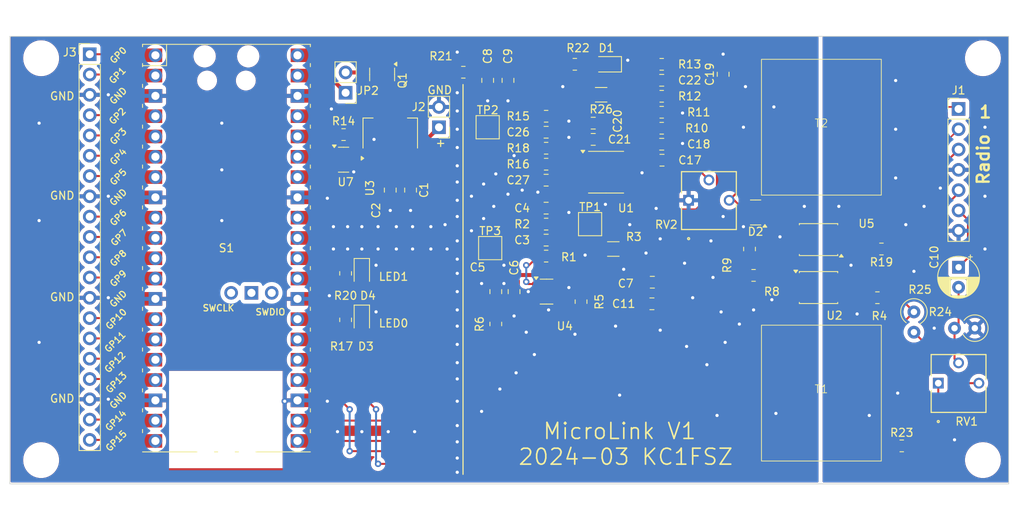
<source format=kicad_pcb>
(kicad_pcb (version 20240108) (generator "pcbnew") (generator_version "8.0")
  (layers (0 "F.Cu" signal) (31 "B.Cu" signal) (34 "B.Paste" user) (35 "F.Paste" user) (36 "B.SilkS" user "B.Silkscreen") (37 "F.SilkS" user "F.Silkscreen") (38 "B.Mask" user) (39 "F.Mask" user) (44 "Edge.Cuts" user))
  (net 0 "")
  (net 1 "+3.3VA")
  (net 2 "GNDA")
  (net 3 "Net-(C3-Pad1)")
  (net 4 "Net-(U1B--)")
  (net 5 "Net-(T1-SA)")
  (net 6 "Net-(C17-Pad1)")
  (net 7 "Net-(U1B-+)")
  (net 8 "Net-(C19-Pad1)")
  (net 9 "+5VA")
  (net 10 "Net-(U1D-+)")
  (net 11 "Net-(C26-Pad1)")
  (net 12 "Net-(U1D--)")
  (net 13 "Net-(C22-Pad2)")
  (net 14 "Net-(U1A--)")
  (net 15 "Net-(D1-A)")
  (net 16 "RIG_GND")
  (net 17 "RIG_AF_IN")
  (net 18 "RIG_PTT")
  (net 19 "RIG_COS")
  (net 21 "Net-(U1C--)")
  (net 22 "GPIO_COS")
  (net 23 "GPIO_PTT")
  (net 24 "ADC0")
  (net 25 "Net-(J3-Pin_1)")
  (net 26 "Net-(U4-VOUT)")
  (net 27 "Net-(U1A-+)")
  (net 28 "Net-(R8-Pad2)")
  (net 29 "Net-(D3-A)")
  (net 30 "Net-(D4-A)")
  (net 31 "Net-(T1-AA)")
  (net 32 "Net-(D2-COM)")
  (net 33 "Net-(C10-Pad2)")
  (net 34 "RIG_AF_OUT+")
  (net 35 "RIG_AF_OUT-")
  (net 36 "Net-(S1-ADC_VREF)")
  (net 37 "LED0")
  (net 38 "Net-(R19-Pad2)")
  (net 39 "LED1")
  (net 40 "Net-(J3-Pin_2)")
  (net 41 "Net-(J3-Pin_4)")
  (net 42 "Net-(J3-Pin_5)")
  (net 43 "Net-(J3-Pin_6)")
  (net 44 "Net-(J3-Pin_7)")
  (net 45 "Net-(J3-Pin_9)")
  (net 46 "Net-(J3-Pin_10)")
  (net 47 "Net-(J3-Pin_11)")
  (net 48 "Net-(J3-Pin_12)")
  (net 49 "Net-(J3-Pin_14)")
  (net 50 "Net-(J3-Pin_15)")
  (net 51 "Net-(J3-Pin_16)")
  (net 52 "Net-(J3-Pin_17)")
  (net 53 "Net-(J3-Pin_19)")
  (net 54 "Net-(J3-Pin_20)")
  (net 55 "I2C0_SDA")
  (net 56 "I2C0_SCL")
  (net 61 "Net-(JP2-A)")
  (net 62 "Net-(Q1-G)")
  (net 63 "+3.3V")
  (net 64 "Net-(JP2-B)")
  (net 65 "Net-(R23-Pad2)")
  (net 66 "Net-(R25-Pad2)")
  (net 67 "Net-(C11-Pad1)")
  (net 69 "Net-(R15-Pad2)")
  (footprint "TestPoint:TestPoint_Pad_2.5x2.5mm" (layer "F.Cu") (at 177.8 55.372)
    (property "Reference" "TP2")
    (property "Value" "TestPoint")
  )
  (footprint "Package_TO_SOT_SMD:SOT-23" (layer "F.Cu") (at 211.328 66.04 180)
    (property "Reference" "D2")
    (property "Value" "BAT54S")
  )
  (footprint "Capacitor_SMD:C_0805_2012Metric_Pad1.18x1.45mm_HandSolder" (layer "F.Cu") (at 165.608 63.241 -90)
    (property "Reference" "C2")
    (property "Value" "10u")
  )
  (footprint "Resistor_SMD:R_0805_2012Metric_Pad1.20x1.40mm_HandSolder" (layer "F.Cu") (at 174.752 48.4925)
    (property "Reference" "R21")
    (property "Value" "47")
  )
  (footprint "Resistor_SMD:R_0805_2012Metric_Pad1.20x1.40mm_HandSolder" (layer "F.Cu") (at 178.816 79.994 -90)
    (property "Reference" "R6")
    (property "Value" "10k")
  )
  (footprint "Resistor_SMD:R_0805_2012Metric_Pad1.20x1.40mm_HandSolder" (layer "F.Cu") (at 185.114 60)
    (property "Reference" "R16")
    (property "Value" "2.7k")
  )
  (footprint "Capacitor_SMD:C_0805_2012Metric_Pad1.18x1.45mm_HandSolder" (layer "F.Cu") (at 168.148 63.241 -90)
    (property "Reference" "C1")
    (property "Value" "10u")
  )
  (footprint "Capacitor_SMD:C_0805_2012Metric_Pad1.18x1.45mm_HandSolder" (layer "F.Cu") (at 180.34 49.5085 -90)
    (property "Reference" "C9")
    (property "Value" "47u")
  )
  (footprint "Capacitor_THT:CP_Radial_D5.0mm_P2.50mm" (layer "F.Cu") (at 236.728 72.898 -90)
    (property "Reference" "C10")
    (property "Value" "47u (Optional DC Block)")
  )
  (footprint "Resistor_SMD:R_0805_2012Metric_Pad1.20x1.40mm_HandSolder" (layer "F.Cu") (at 211.074 73.914)
    (property "Reference" "R8")
    (property "Value" "200")
  )
  (footprint "Connector_PinHeader_2.54mm:PinHeader_1x07_P2.54mm_Vertical" (layer "F.Cu") (at 236.728 53.086)
    (property "Reference" "J1")
    (property "Value" "Conn_01x07")
  )
  (footprint "Resistor_SMD:R_0805_2012Metric_Pad1.20x1.40mm_HandSolder" (layer "F.Cu") (at 160.02 73.66 -90)
    (property "Reference" "R20")
    (property "Value" "220")
  )
  (footprint "Resistor_SMD:R_0805_2012Metric_Pad1.20x1.40mm_HandSolder" (layer "F.Cu") (at 189.484 77.2 -90)
    (property "Reference" "R5")
    (property "Value" "10k")
  )
  (footprint "Resistor_SMD:R_1206_3216Metric_Pad1.30x1.75mm_HandSolder" (layer "F.Cu") (at 193.522 70.612)
    (property "Reference" "R3")
    (property "Value" "0R")
  )
  (footprint "Resistor_SMD:R_0805_2012Metric_Pad1.20x1.40mm_HandSolder" (layer "F.Cu") (at 229.616 95.25)
    (property "Reference" "R23")
    (property "Value" "0R")
  )
  (footprint "Capacitor_SMD:C_0805_2012Metric_Pad1.18x1.45mm_HandSolder" (layer "F.Cu") (at 181.102 75.946 90)
    (property "Reference" "C6")
    (property "Value" "0.1u")
  )
  (footprint "TestPoint:TestPoint_Pad_2.5x2.5mm" (layer "F.Cu") (at 190.614 67.5)
    (property "Reference" "TP1")
    (property "Value" "AF Out")
  )
  (footprint "Resistor_SMD:R_0805_2012Metric_Pad1.20x1.40mm_HandSolder" (layer "F.Cu") (at 185.114 54)
    (property "Reference" "R15")
    (property "Value" "1.5k")
  )
  (footprint "Resistor_SMD:R_1206_3216Metric_Pad1.30x1.75mm_HandSolder" (layer "F.Cu") (at 191.998 51.308 180)
    (property "Reference" "R26")
    (property "Value" "0R")
  )
  (footprint "Resistor_SMD:R_0805_2012Metric_Pad1.20x1.40mm_HandSolder" (layer "F.Cu") (at 159.766 56.295 180)
    (property "Reference" "R14")
    (property "Value" "R")
  )
  (footprint "Capacitor_SMD:C_0805_2012Metric_Pad1.18x1.45mm_HandSolder" (layer "F.Cu") (at 185.114 69.5)
    (property "Reference" "C3")
    (property "Value" "22n")
  )
  (footprint "Resistor_THT:R_Axial_DIN0309_L9.0mm_D3.2mm_P2.54mm_Vertical" (layer "F.Cu") (at 231.14 78.486 -90)
    (property "Reference" "R25")
    (property "Value" "33k")
  )
  (footprint "bruce-footprints:POT_3362P" (layer "F.Cu") (at 202.946 64.516)
    (property "Reference" "RV2")
    (property "Value" "10k")
  )
  (footprint "Resistor_SMD:R_0805_2012Metric_Pad1.20x1.40mm_HandSolder" (layer "F.Cu") (at 199.5765 51.5 180)
    (property "Reference" "R12")
    (property "Value" "2.2k")
  )
  (footprint "Capacitor_SMD:C_0805_2012Metric_Pad1.18x1.45mm_HandSolder" (layer "F.Cu") (at 191.008 56.896 180)
    (property "Reference" "C21")
    (property "Value" "0.1u")
  )
  (footprint "Resistor_SMD:R_0805_2012Metric_Pad1.20x1.40mm_HandSolder" (layer "F.Cu") (at 185.114 71.5 180)
    (property "Reference" "R1")
    (property "Value" "1.5k")
  )
  (footprint "MountingHole:MountingHole_4mm" (layer "F.Cu") (at 121.92 46.736)
    (property "Reference" "H3" (hide yes))
    (property "Value" "MountingHole")
  )
  (footprint "Capacitor_SMD:C_0805_2012Metric_Pad1.18x1.45mm_HandSolder" (layer "F.Cu") (at 198.3525 77.47)
    (property "Reference" "C11")
    (property "Value" "47u")
  )
  (footprint "Capacitor_SMD:C_0805_2012Metric_Pad1.18x1.45mm_HandSolder" (layer "F.Cu") (at 185.114 62 180)
    (property "Reference" "C27")
    (property "Value" "10n")
  )
  (footprint "Capacitor_SMD:C_0805_2012Metric_Pad1.18x1.45mm_HandSolder" (layer "F.Cu") (at 199.614 59.5 180)
    (property "Reference" "C17")
    (property "Value" "1u")
  )
  (footprint "MountingHole:MountingHole_4mm" (layer "F.Cu") (at 239.776 46.736)
    (property "Reference" "H2" (hide yes))
    (property "Value" "MountingHole")
  )
  (footprint "Resistor_SMD:R_0805_2012Metric_Pad1.20x1.40mm_HandSolder" (layer "F.Cu") (at 199.5765 55.5 180)
    (property "Reference" "R10")
    (property "Value" "270k 1%")
  )
  (footprint "Connector_PinHeader_2.54mm:PinHeader_1x20_P2.54mm_Vertical" (layer "F.Cu") (at 128 46.24)
    (property "Reference" "J3")
    (property "Value" "Conn_01x20")
  )
  (footprint "bruce-footprints:CheapAudioTransformer" (layer "F.Cu") (at 219.558 88.646)
    (property "Reference" "T1")
    (property "Value" "Transformer_1P_1S")
  )
  (footprint "Package_TO_SOT_SMD:SOT-23" (layer "F.Cu") (at 159.766 59.436)
    (property "Reference" "U7")
    (property "Value" "LM4040DBZ-3")
  )
  (footprint "Resistor_SMD:R_0805_2012Metric_Pad1.20x1.40mm_HandSolder" (layer "F.Cu") (at 185.114 58 180)
    (property "Reference" "R18")
    (property "Value" "0R")
  )
  (footprint "MountingHole:MountingHole_4mm" (layer "F.Cu") (at 121.92 97.028)
    (property "Reference" "H4" (hide yes))
    (property "Value" "MountingHole")
  )
  (footprint "Capacitor_SMD:C_0805_2012Metric_Pad1.18x1.45mm_HandSolder" (layer "F.Cu") (at 178.816 75.946 90)
    (property "Reference" "C5")
    (property "Value" "47u")
  )
  (footprint "Package_SO:SO-4_4.4x3.6mm_P2.54mm" (layer "F.Cu") (at 219.202 75.438)
    (property "Reference" "U2")
    (property "Value" "LTV-356T")
  )
  (footprint "MountingHole:MountingHole_4mm" (layer "F.Cu") (at 239.776 97.028)
    (property "Reference" "H1" (hide yes))
    (property "Value" "MountingHole")
  )
  (footprint "Package_SO:TSSOP-14_4.4x5mm_P0.65mm" (layer "F.Cu") (at 192.614 61)
    (property "Reference" "U1")
    (property "Value" "LMV324 (Actually LTV9161)")
  )
  (footprint "Connector_PinHeader_2.54mm:PinHeader_1x02_P2.54mm_Vertical" (layer "F.Cu") (at 160.02 51.059 180)
    (property "Reference" "JP2")
    (property "Value" "Jumper_2_Bridged")
  )
  (footprint "Resistor_SMD:R_0805_2012Metric_Pad1.20x1.40mm_HandSolder" (layer "F.Cu") (at 199.5765 47.5)
    (property "Reference" "R13")
    (property "Value" "2.2k")
  )
  (footprint "LED_SMD:LED_0805_2012Metric_Pad1.15x1.40mm_HandSolder" (layer "F.Cu") (at 192.681 47.498 180)
    (property "Reference" "D1")
    (property "Value" "LED")
  )
  (footprint "Resistor_SMD:R_0805_2012Metric_Pad1.20x1.40mm_HandSolder" (layer "F.Cu") (at 160.02 79.477 -90)
    (property "Reference" "R17")
    (property "Value" "220")
  )
  (footprint "Capacitor_SMD:C_0805_2012Metric_Pad1.18x1.45mm_HandSolder" (layer "F.Cu") (at 191.008 54.864 180)
    (property "Reference" "C20")
    (property "Value" "47u")
  )
  (footprint "Resistor_SMD:R_0805_2012Metric_Pad1.20x1.40mm_HandSolder" (layer "F.Cu") (at 199.5765 53.5)
    (property "Reference" "R11")
    (property "Value" "270k 1%")
  )
  (footprint "Resistor_SMD:R_0805_2012Metric_Pad1.20x1.40mm_HandSolder" (layer "F.Cu") (at 185.114 67.5)
    (property "Reference" "R2")
    (property "Value" "2.7k")
  )
  (footprint "Resistor_SMD:R_0805_2012Metric_Pad1.20x1.40mm_HandSolder" (layer "F.Cu") (at 226.568 76.708 180)
    (property "Reference" "R4")
    (property "Value" "570")
  )
  (footprint "Capacitor_SMD:C_0805_2012Metric_Pad1.18x1.45mm_HandSolder" (layer "F.Cu") (at 198.4025 74.77)
    (property "Reference" "C7")
    (property "Value" "47u")
  )
  (footprint "Package_TO_SOT_SMD:SOT-23-3" (layer "F.Cu") (at 164.592 48.768 -90)
    (property "Reference" "Q1")
    (property "Value" "DMG2305UX-13")
  )
  (footprint "Connector_PinHeader_2.54mm:PinHeader_1x02_P2.54mm_Vertical" (layer "F.Cu") (at 171.704 55.377 180)
    (property "Reference" "J2")
    (property "Value" "5-12V Supply")
  )
  (footprint "Capacitor_SMD:C_0805_2012Metric_Pad1.18x1.45mm_HandSolder" (layer "F.Cu") (at 185.114 65.5 180)
    (property "Reference" "C4")
    (property "Value" "10n")
  )
  (footprint "Resistor_SMD:R_0805_2012Metric_Pad1.20x1.40mm_HandSolder" (layer "F.Cu") (at 227.076 70.612 180)
    (property "Reference" "R19")
    (property "Value" "0R")
  )
  (footprint "Capacitor_SMD:C_0805_2012Metric_Pad1.18x1.45mm_HandSolder" (layer "F.Cu") (at 207.264 48.7465 90)
    (property "Reference" "C19")
    (property "Value" "47u")
  )
  (footprint "Capacitor_SMD:C_0805_2012Metric_Pad1.18x1.45mm_HandSolder" (layer "F.Cu") (at 185.114 56)
    (property "Reference" "C26")
    (property "Value" "22n")
  )
  (footprint "Resistor_SMD:R_0805_2012Metric_Pad1.20x1.40mm_HandSolder" (layer "F.Cu") (at 188.706 47.498)
    (property "Reference" "R22")
    (property "Value" "220")
  )
  (footprint "Capacitor_SMD:C_0805_2012Metric_Pad1.18x1.45mm_HandSolder" (layer "F.Cu") (at 177.8 49.5085 -90)
    (property "Reference" "C8")
    (property "Value" "47u")
  )
  (footprint "Package_TO_SOT_SMD:SOT-23-6" (layer "F.Cu") (at 185.164 75.946)
    (property "Reference" "U4")
    (property "Value" "MCP4725xxx-xCH")
  )
  (footprint "bruce-footprints:POT_3362P" (layer "F.Cu") (at 234.188 87.4014)
    (property "Reference" "RV1")
    (property "Value" "10k")
  )
  (footprint "TestPoint:TestPoint_Pad_2.5x2.5mm" (layer "F.Cu") (at 178.114 70.5)
    (property "Reference" "TP3")
    (property "Value" "TestPoint")
  )
  (footprint "Package_TO_SOT_SMD:SOT-223-3_TabPin2" (layer "F.Cu") (at 165.608 56.129 90)
    (property "Reference" "U3")
    (property "Value" "NCP1117-3.3_SOT223")
  )
  (footprint "Capacitor_SMD:C_0805_2012Metric_Pad1.18x1.45mm_HandSolder" (layer "F.Cu") (at 199.5765 57.5)
    (property "Reference" "C18")
    (property "Value" "0.1u")
  )
  (footprint "Resistor_THT:R_Axial_DIN0309_L9.0mm_D3.2mm_P2.54mm_Vertical" (layer "F.Cu") (at 238.76 80.518 180)
    (property "Reference" "R24")
    (property "Value" "1k")
  )
  (footprint "Resistor_SMD:R_0805_2012Metric_Pad1.20x1.40mm_HandSolder" (layer "F.Cu") (at 210.566 70.612 -90)
    (property "Reference" "R9")
    (property "Value" "1k")
  )
  (footprint "LED_SMD:LED_0805_2012Metric_Pad1.15x1.40mm_HandSolder" (layer "F.Cu") (at 162.052 73.66 -90)
    (property "Reference" "D4")
    (property "Value" "LED")
  )
  (footprint "Capacitor_SMD:C_0805_2012Metric_Pad1.18x1.45mm_HandSolder" (layer "F.Cu") (at 199.5765 49.5)
    (property "Reference" "C22")
    (property "Value" "NC")
  )
  (footprint "bruce-footprints:CheapAudioTransformer" (layer "F.Cu") (at 219.558 55.372)
    (property "Reference" "T2")
    (property "Value" "Transformer_1P_1S")
  )
  (footprint "Package_SO:SO-4_4.4x3.6mm_P2.54mm" (layer "F.Cu") (at 219.202 69.438 180)
    (property "Reference" "U5")
    (property "Value" "LTV-356T")
  )
  (footprint "LED_SMD:LED_0805_2012Metric_Pad1.15x1.40mm_HandSolder" (layer "F.Cu") (at 162.052 79.493 -90)
    (property "Reference" "D3")
    (property "Value" "LED")
  )
  (footprint "bruce-footprints:RPi_PicoW_SMD_TH" (layer "F.Cu") (at 145.11 70.5)
    (property "Reference" "S1")
    (property "Value" "~")
  )
  (gr_line (start 174.714 50.038) (end 174.714 98.806) (stroke (width 0.15)) (layer "F.SilkS"))
  (gr_rect (start 118 44) (end 243 100) (stroke (width 0.1)) (fill none) (layer "Edge.Cuts"))
  (gr_text "GND" (at 170.18 51.308 0) (layer "F.SilkS") (effects (font (size 1 1)) (justify left bottom)))
  (gr_text "GND" (at 122.936 52.07 0) (layer "F.SilkS") (effects (font (size 1 1)) (justify left bottom)))
  (gr_text "GND" (at 122.936 77.216 0) (layer "F.SilkS") (effects (font (size 1 1)) (justify left bottom)))
  (gr_text "GND" (at 122.936 64.516 0) (layer "F.SilkS") (effects (font (size 1 1)) (justify left bottom)))
  (gr_text "LED0" (at 164.084 80.493 0) (layer "F.SilkS") (effects (font (size 1 1)) (justify left bottom)))
  (gr_text "LED1" (at 164.084 74.66 0) (layer "F.SilkS") (effects (font (size 1 1)) (justify left bottom)))
  (gr_text "GND" (at 122.936 89.916 0) (layer "F.SilkS") (effects (font (size 1 1)) (justify left bottom)))
  (gr_text "1" (at 239.168 54.356 0) (layer "F.SilkS") (effects (font (size 1.5 1.5) (thickness 0.3) (bold yes)) (justify left bottom)))
  (gr_text "+" (at 171.196 57.912 0) (layer "F.SilkS") (effects (font (size 1 1)) (justify left bottom)))
  (gr_text "Radio" (at 240.692 62.738 90) (layer "F.SilkS") (effects (font (size 1.5 1.5) (thickness 0.3) (bold yes)) (justify left bottom)))
  (gr_text "MicroLink V1 \n2024-03 KC1FSZ" (at 195.072 97.79 0) (layer "F.SilkS") (effects (font (size 2 2) (thickness 0.2)) (justify bottom)))
  (segment (start 177.7785 48.4925) (end 177.8 48.471) (width 0.5) (layer "F.Cu") (net 1))
  (segment (start 191.984 61) (end 192.0455 60.9385) (width 0.5) (layer "F.Cu") (net 1))
  (segment (start 175.5355 76.9835) (end 178.816 76.9835) (width 0.5) (layer "F.Cu") (net 1))
  (segment (start 201.482082 55.5) (end 206.6091 60.627018) (width 0.5) (layer "F.Cu") (net 1))
  (segment (start 189.809878 48.648) (end 188.856 48.648) (width 0.5) (layer "F.Cu") (net 1))
  (segment (start 206.6091 60.627018) (end 206.6091 63.0991) (width 0.5) (layer "F.Cu") (net 1))
  (segment (start 203.9222 65.786) (end 201.676 65.786) (width 0.5) (layer "F.Cu") (net 1))
  (segment (start 203.9222 65.786) (end 207.5502 69.414) (width 0.5) (layer "F.Cu") (net 1))
  (segment (start 190.983106 73.871) (end 189.484 73.871) (width 0.5) (layer "F.Cu") (net 1))
  (segment (start 180.34 48.471) (end 185.6525 48.471) (width 0.5) (layer "F.Cu") (net 1))
  (segment (start 193.528 71.326106) (end 190.983106 73.871) (width 0.5) (layer "F.Cu") (net 1))
  (segment (start 192.0455 60.9385) (end 192.0455 54.864) (width 0.5) (layer "F.Cu") (net 1))
  (segment (start 192.0455 54.864) (end 192.0455 50.883622) (width 0.5) (layer "F.Cu") (net 1))
  (segment (start 188.856 48.648) (end 187.706 47.498) (width 0.5) (layer "F.Cu") (net 1))
  (segment (start 210.566 69.612) (end 212.388 69.612) (width 0.5) (layer "F.Cu") (net 1))
  (segment (start 189.7515 61) (end 191.516 61) (width 0.5) (layer "F.Cu") (net 1))
  (segment (start 214.696 65.09) (end 212.4655 65.09) (width 0.5) (layer "F.Cu") (net 1))
  (segment (start 207.5502 69.414) (end 210.074 69.414) (width 0.5) (layer "F.Cu") (net 1))
  (segment (start 206.6091 63.0991) (end 203.9222 65.786) (width 0.5) (layer "F.Cu") (net 1))
  (segment (start 214.884 65.278) (end 214.696 65.09) (width 0.5) (layer "F.Cu") (net 1))
  (segment (start 191.516 61) (end 191.984 61) (width 0.5) (layer "F.Cu") (net 1))
  (segment (start 178.816 78.994) (end 178.816 76.9835) (width 0.5) (layer "F.Cu") (net 1))
  (segment (start 185.6525 48.471) (end 186.6255 47.498) (width 0.5) (layer "F.Cu") (net 1))
  (segment (start 201.676 65.786) (end 199.898 64.008) (width 0.5) (layer "F.Cu") (net 1))
  (segment (start 177.8 48.471) (end 180.34 48.471) (width 0.5) (layer "F.Cu") (net 1))
  (segment (start 194.524 64.008) (end 199.898 64.008) (width 0.5) (layer "F.Cu") (net 1))
  (segment (start 200.5765 55.5) (end 201.482082 55.5) (width 0.5) (layer "F.Cu") (net 1))
  (segment (start 215.646 66.354) (end 215.646 65.278) (width 0.5) (layer "F.Cu") (net 1))
  (segment (start 178.816 76.9835) (end 181.102 76.9835) (width 0.5) (layer "F.Cu") (net 1))
  (segment (start 189.484 73.871) (end 175.557 73.871) (width 0.5) (layer "F.Cu") (net 1))
  (segment (start 175.514 73.914) (end 175.514 76.962) (width 0.5) (layer "F.Cu") (net 1))
  (segment (start 193.528 63.012) (end 193.528 71.326106) (width 0.5) (layer "F.Cu") (net 1))
  (segment (start 189.484 76.2) (end 189.484 73.871) (width 0.5) (layer "F.Cu") (net 1))
  (segment (start 194.524 64.008) (end 193.528 63.012) (width 0.5) (layer "F.Cu") (net 1))
  (segment (start 175.752 48.4925) (end 177.7785 48.4925) (width 0.5) (layer "F.Cu") (net 1))
  (segment (start 192.0455 59.443499) (end 192.0455 56.896) (width 0) (layer "F.Cu") (net 1))
  (segment (start 212.388 69.612) (end 215.646 66.354) (width 0.5) (layer "F.Cu") (net 1))
  (segment (start 186.6255 47.498) (end 187.706 47.498) (width 0.5) (layer "F.Cu") (net 1))
  (segment (start 175.514 76.962) (end 175.5355 76.9835) (width 0.5) (layer "F.Cu") (net 1))
  (segment (start 193.528 63.012) (end 191.516 61) (width 0.5) (layer "F.Cu") (net 1))
  (segment (start 181.102 76.9835) (end 183.939 76.9835) (width 0.5) (layer "F.Cu") (net 1))
  (segment (start 215.646 65.278) (end 214.884 65.278) (width 0.5) (layer "F.Cu") (net 1))
  (segment (start 175.557 73.871) (end 175.514 73.914) (width 0.5) (layer "F.Cu") (net 1))
  (segment (start 183.939 76.9835) (end 184.0265 76.896) (width 0.5) (layer "F.Cu") (net 1))
  (segment (start 192.0455 50.883622) (end 189.809878 48.648) (width 0.5) (layer "F.Cu") (net 1))
  (segment (start 182.88 75.946) (end 182.1395 75.946) (width 0.25) (layer "F.Cu") (net 2))
  (segment (start 195.4765 61.65) (end 195.4765 61) (width 0.25) (layer "F.Cu") (net 2))
  (segment (start 197.114 61) (end 197.114 61.075) (width 0.25) (layer "F.Cu") (net 2))
  (segment (start 184.0765 62) (end 184.0765 65.5) (width 0.25) (layer "F.Cu") (net 2))
  (segment (start 182.1395 75.946) (end 181.102 74.9085) (width 0.25) (layer "F.Cu") (net 2))
  (segment (start 200.5765 53.5) (end 200.614 53.5) (width 0.25) (layer "F.Cu") (net 2))
  (segment (start 185.771672 74.996) (end 186.3015 74.996) (width 0.25) (layer "F.Cu") (net 2))
  (segment (start 195.4765 61) (end 197.114 61) (width 0.25) (layer "F.Cu") (net 2))
  (segment (start 182.88 75.946) (end 184.0265 75.946) (width 0.25) (layer "F.Cu") (net 2))
  (segment (start 200.614 57.5) (end 201.114 57.5) (width 0.25) (layer "F.Cu") (net 2))
  (via (at 202.184 53.594) (size 0.8) (drill 0.4) (layers "F.Cu" "B.Cu") (net 2))
  (via (at 177.292 62.484) (size 0.8) (drill 0.4) (layers "F.Cu" "B.Cu") (net 2))
  (via (at 180.34 63.754) (size 0.8) (drill 0.4) (layers "F.Cu" "B.Cu") (net 2))
  (via (at 177.038 74.93) (size 0.8) (drill 0.4) (layers "F.Cu" "B.Cu") (net 2))
  (via (at 162.052 93.472) (size 0.8) (drill 0.4) (layers "F.Cu" "B.Cu") (net 2))
  (via (at 162.052 70.612) (size 0.8) (drill 0.4) (layers "F.Cu" "B.Cu") (net 2))
  (via (at 170.688 67.818) (size 0.8) (drill 0.4) (layers "F.Cu" "B.Cu") (net 2))
  (via (at 168.656 93.472) (size 0.8) (drill 0.4) (layers "F.Cu" "B.Cu") (net 2))
  (via (at 173.99 51.054) (size 0.8) (drill 0.4) (layers "F.Cu" "B.Cu") (net 2))
  (via (at 187.96 56.642) (size 0.8) (drill 0.4) (layers "F.Cu" "B.Cu") (net 2))
  (via (at 189.992 71.374) (size 0.8) (drill 0.4) (layers "F.Cu" "B.Cu") (net 2))
  (via (at 188.722 81.28) (size 0.8) (drill 0.4) (layers "F.Cu" "B.Cu") (net 2))
  (via (at 173.99 62.23) (size 0.8) (drill 0.4) (layers "F.Cu" "B.Cu") (net 2))
  (via (at 173.99 98.552) (size 0.8) (drill 0.4) (layers "F.Cu" "B.Cu") (net 2))
  (via (at 195.326 46.99) (size 0.8) (drill 0.4) (layers "F.Cu" "B.Cu") (net 2))
  (via (at 173.99 60.198) (size 0.8) (drill 0.4) (layers "F.Cu" "B.Cu") (net 2))
  (via (at 202.184 57.404) (size 0.8) (drill 0.4) (layers "F.Cu" "B.Cu") (net 2))
  (via (at 165.608 65.786) (size 0.8) (drill 0.4) (layers "F.Cu" "B.Cu") (net 2))
  (via (at 192.532 65.024) (size 0.8) (drill 0.4) (layers "F.Cu" "B.Cu") (net 2))
  (via (at 168.402 70.612) (size 0.8) (drill 0.4) (layers "F.Cu" "B.Cu") (net 2))
  (via (at 187.96 75.438) (size 0.8) (drill 0.4) (layers "F.Cu" "B.Cu") (net 2))
  (via (at 175.768 64.008) (size 0.8) (drill 0.4) (layers "F.Cu" "B.Cu") (net 2))
  (via (at 173.99 82.55) (size 0.8) (drill 0.4) (layers "F.Cu" "B.Cu") (net 2))
  (via (at 157.734 89.662) (size 0.8) (drill 0.4) (layers "F.Cu" "B.Cu") (net 2))
  (via (at 173.99 86.868) (size 0.8) (drill 0.4) (layers "F.Cu" "B.Cu") (net 2))
  (via (at 158.496 70.612) (size 0.8) (drill 0.4) (layers "F.Cu" "B.Cu") (net 2))
  (via (at 173.99 57.912) (size 0.8) (drill 0.4) (layers "F.Cu" "B.Cu") (net 2))
  (via (at 194.31 88.9) (size 0.8) (drill 0.4) (layers "F.Cu" "B.Cu") (net 2))
  (via (at 164.084 70.612) (size 0.8) (drill 0.4) (layers "F.Cu" "B.Cu") (net 2))
  (via (at 194.818 73.152) (size 0.8) (drill 0.4) (layers "F.Cu" "B.Cu") (net 2))
  (via (at 177.292 66.802) (size 0.8) (drill 0.4) (layers "F.Cu" "B.Cu") (net 2))
  (via (at 144.526 54.864) (size 0.8) (drill 0.4) (layers "F.Cu" "B.Cu") (net 2))
  (via (at 207.01 78.486) (size 0.8) (drill 0.4) (layers "F.Cu" "B.Cu") (net 2))
  (via (at 160.274 67.818) (size 0.8) (drill 0.4) (layers "F.Cu" "B.Cu") (net 2))
  (via (at 205.232 85.09) (size 0.8) (drill 0.4) (layers "F.Cu" "B.Cu") (net 2))
  (via (at 173.99 71.882) (size 0.8) (drill 0.4) (layers "F.Cu" "B.Cu") (net 2))
  (via (at 130.326 51.308) (size 0.8) (drill 0.4) (layers "F.Cu" "B.Cu") (net 2))
  (via (at 202.438 72.39) (size 0.8) (drill 0.4) (layers "F.Cu" "B.Cu") (net 2))
  (via (at 207.264 66.548) (size 0.8) (drill 0.4) (layers "F.Cu" "B.Cu") (net 2))
  (via (at 163.83 78.477) (size 0.8) (drill 0.4) (layers "F.Cu" "B.Cu") (net 2))
  (via (at 213.868 91.186) (size 0.8) (drill 0.4) (layers "F.Cu" "B.Cu") (net 2))
  (via (at 181.102 58.928) (size 0.8) (drill 0.4) (layers "F.Cu" "B.Cu") (net 2))
  (via (at 199.39 69.342) (size 0.8) (drill 0.4) (layers "F.Cu" "B.Cu") (net 2))
  (via (at 168.148 65.786) (size 0.8) (drill 0.4) (layers "F.Cu" "B.Cu") (net 2))
  (via (at 213.36 76.962) (size 0.8) (drill 0.4) (layers "F.Cu" "B.Cu") (net 2))
  (via (at 173.99 92.71) (size 0.8) (drill 0.4) (layers "F.Cu" "B.Cu") (net 2))
  (via (at 187.96 54.61) (size 0.8) (drill 0.4) (layers "F.Cu" "B.Cu") (net 2))
  (via (at 199.39 80.772) (size 0.8) (drill 0.4) (layers "F.Cu" "B.Cu") (net 2))
  (via (at 179.832 72.644) (size 0.8) (drill 0.4) (layers "F.Cu" "B.Cu") (net 2))
  (via (at 193.802 80.264) (size 0.8) (drill 0.4) (layers "F.Cu" "B.Cu") (net 2))
  (via (at 177.8 52.07) (size 0.8) (drill 0.4) (layers "F.Cu" "B.Cu") (net 2))
  (via (at 173.99 45.974) (size 0.8) (drill 0.4) (layers "F.Cu" "B.Cu") (net 2))
  (via (at 207.264 46.228) (size 0.8) (drill 0.4) (layers "F.Cu" "B.Cu") (net 2))
  (via (at 213.614 52.832) (size 0.8) (drill 0.4) (layers "F.Cu" "B.Cu") (net 2))
  (via (at 197.612 71.12) (size 0.8) (drill 0.4) (layers "F.Cu" "B.Cu") (net 2))
  (via (at 160.274 70.612) (size 0.8) (drill 0.4) (layers "F.Cu" "B.Cu") (net 2))
  (via (at 178.562 65.278) (size 0.8) (drill 0.4) (layers "F.Cu" "B.Cu") (net 2))
  (via (at 197.114 61.075) (size 0.8) (drill 0.4) (layers "F.Cu" "B.Cu") (net 2))
  (via (at 187.96 66.04) (size 0.8) (drill 0.4) (layers "F.Cu" "B.Cu") (net 2))
  (via (at 181.102 78.994) (size 0.8) (drill 0.4) (layers "F.Cu" "B.Cu") (net 2))
  (via (at 180.34 52.07) (size 0.8) (drill 0.4) (layers "F.Cu" "B.Cu") (net 2))
  (via (at 214.376 69.088) (size 0.8) (drill 0.4) (layers "F.Cu" "B.Cu") (net 2))
  (via (at 173.99 73.66) (size 0.8) (drill 0.4) (layers "F.Cu" "B.Cu") (net 2))
  (via (at 173.99 55.626) (size 0.8) (drill 0.4) (layers "F.Cu" "B.Cu") (net 2))
  (via (at 209.296 80.01) (size 0.8) (drill 0.4) (layers "F.Cu" "B.Cu") (net 2))
  (via (at 184.0765 63.5) (size 0.8) (drill 0.4) (layers "F.Cu" "B.Cu") (net 2))
  (via (at 182.626 81.026) (size 0.8) (drill 0.4) (layers "F.Cu" "B.Cu") (net 2))
  (via (at 166.37 67.818) (size 0.8) (drill 0.4) (layers "F.Cu" "B.Cu") (net 2))
  (via (at 205.74 69.596) (size 0.8) (drill 0.4) (layers "F.Cu" "B.Cu") (net 2))
  (via (at 183.642 83.82) (size 0.8) (drill 0.4) (layers "F.Cu" "B.Cu") (net 2))
  (via (at 182.118 63.246) (size 0.8) (drill 0.4) (layers "F.Cu" "B.Cu") (net 2))
  (via (at 217.424 65.278) (size 0.8) (drill 0.4) (layers "F.Cu" "B.Cu") (net 2))
  (via (at 121.666 54.864) (size 0.8) (drill 0.4) (layers "F.Cu" "B.Cu") (net 2))
  (via (at 173.99 89.662) (size 0.8) (drill 0.4) (layers "F.Cu" "B.Cu") (net 2))
  (via (at 158.496 67.818) (size 0.8) (drill 0.4) (layers "F.Cu" "B.Cu") (net 2))
  (via (at 173.99 64.516) (size 0.8) (drill 0.4) (layers "F.Cu" "B.Cu") (net 2))
  (via (at 172.72 70.612) (size 0.8) (drill 0.4) (layers "F.Cu" "B.Cu") (net 2))
  (via (at 209.804 67.818) (size 0.8) (drill 0.4) (layers "F.Cu" "B.Cu") (net 2))
  (via (at 170.688 70.612) (size 0.8) (drill 0.4) (layers "F.Cu" "B.Cu") (net 2))
  (via (at 161.036 60.96) (size 0.8) (drill 0.4) (layers "F.Cu" "B.Cu") (net 2))
  (via (at 173.99 96.774) (size 0.8) (drill 0.4) (layers "F.Cu" "B.Cu") (net 2))
  (via (at 179.832 74.93) (size 0.8) (drill 0.4) (layers "F.Cu" "B.Cu") (net 2))
  (via (at 172.466 67.564) (size 0.8) (drill 0.4) (layers "F.Cu" "B.Cu") (net 2))
  (via (at 158.242 53.086) (size 0.8) (drill 0.4) (layers "F.Cu" "B.Cu") (net 2))
  (via (at 210.058 50.292) (size 0.8) (drill 0.4) (layers "F.Cu" "B.Cu") (net 2))
  (via (at 187.198 50.292) (size 0.8) (drill 0.4) (layers "F.Cu" "B.Cu") (net 2))
  (via (at 181.356 86.106) (size 0.8) (drill 0.4) (layers "F.Cu" "B.Cu") (net 2))
  (via (at 173.99 80.264) (size 0.8) (drill 0.4) (layers "F.Cu" "B.Cu") (net 2))
  (via (at 121.666 67.056) (size 0.8) (drill 0.4) (layers "F.Cu" "B.Cu") (net 2))
  (via (at 179.324 88.138) (size 0.8) (drill 0.4) (layers "F.Cu" "B.Cu") (net 2))
  (via (at 198.882 65.532) (size 0.8) (drill 0.4) (layers "F.Cu" "B.Cu") (net 2))
  (via (at 205.994 74.168) (size 0.8) (drill 0.4) (layers "F.Cu" "B.Cu") (net 2))
  (via (at 203.454 76.708) (size 0.8) (drill 0.4) (layers "F.Cu" "B.Cu") (net 2))
  (via (at 177.038 90.932) (size 0.8) (drill 0.4) (layers "F.Cu" "B.Cu") (net 2))
  (via (at 159.004 93.472) (size 0.8) (drill 0.4) (layers "F.Cu" "B.Cu") (net 2))
  (via (at 130.326 89.408) (size 0.8) (drill 0.4) (layers "F.Cu" "B.Cu") (net 2))
  (via (at 164.084 67.818) (size 0.8) (drill 0.4) (layers "F.Cu" "B.Cu") (net 2))
  (via (at 152.4 89.662) (size 0.8) (drill 0.4) (layers "F.Cu" "B.Cu") (net 2))
  (via (at 209.804 55.372) (size 0.8) (drill 0.4) (layers "F.Cu" "B.Cu") (net 2))
  (via (at 175.768 68.326) (size 0.8) (drill 0.4) (layers "F.Cu" "B.Cu") (net 2))
  (via (at 130.326 64.008) (size 0.8) (drill 0.4) (layers "F.Cu" "B.Cu") (net 2))
  (via (at 162.052 67.818) (size 0.8) (drill 0.4) (layers "F.Cu" "B.Cu") (net 2))
  (via (at 173.99 66.548) (size 0.8) (drill 0.4) (layers "F.Cu" "B.Cu") (net 2))
  (via (at 202.692 82.804) (size 0.8) (drill 0.4) (layers "F.Cu" "B.Cu") (net 2))
  (via (at 211.074 78.232) (size 0.8) (drill 0.4) (layers "F.Cu" "B.Cu") (net 2))
  (via (at 173.99 75.946) (size 0.8) (drill 0.4) (layers "F.Cu" "B.Cu") (net 2))
  (via (at 163.83 72.644) (size 0.8) (drill 0.4) (layers "F.Cu" "B.Cu") (net 2))
  (via (at 207.518 82.296) (size 0.8) (drill 0.4) (layers "F.Cu" "B.Cu") (net 2))
  (via (at 173.99 94.742) (size 0.8) (drill 0.4) (layers "F.Cu" "B.Cu") (net 2))
  (via (at 144.526 60.706) (size 0.8) (drill 0.4) (layers "F.Cu" "B.Cu") (net 2))
  (via (at 165.354 93.472) (size 0.8) (drill 0.4) (layers "F.Cu" "B.Cu") (net 2))
  (via (at 182.88 75.946) (size 0.8) (drill 0.4) (layers "F.Cu" "B.Cu") (net 2))
  (via (at 157.734 64.262) (size 0.8) (drill 0.4) (layers "F.Cu" "B.Cu") (net 2))
  (via (at 121.666 82.296) (size 0.8) (drill 0.4) (layers "F.Cu" "B.Cu") (net 2))
  (via (at 144.526 67.056) (size 0.8) (drill 0.4) (layers "F.Cu" "B.Cu") (net 2))
  (via (at 173.99 84.836) (size 0.8) (drill 0.4) (layers "F.Cu" "B.Cu") (net 2))
  (via (at 130.326 76.708) (size 0.8) (drill 0.4) (layers "F.Cu" "B.Cu") (net 2))
  (via (at 173.99 69.596) (size 0.8) (drill 0.4) (layers "F.Cu" "B.Cu") (net 2))
  (via (at 166.37 70.612) (size 0.8) (drill 0.4) (layers "F.Cu" "B.Cu") (net 2))
  (via (at 163.576 56.896) (size 0.8) (drill 0.4) (layers "F.Cu" "B.Cu") (net 2))
  (via (at 168.402 67.818) (size 0.8) (drill 0.4) (layers "F.Cu" "B.Cu") (net 2))
  (via (at 157.988 76.454) (size 0.8) (drill 0.4) (layers "F.Cu" "B.Cu") (net 2))
  (via (at 206.502 91.44) (size 0.8) (drill 0.4) (layers "F.Cu" "B.Cu") (net 2))
  (via (at 178.816 61.214) (size 0.8) (drill 0.4) (layers "F.Cu" "B.Cu") (net 2))
  (via (at 173.99 78.232) (size 0.8) (drill 0.4) (layers "F.Cu" "B.Cu") (net 2))
  (via (at 173.99 53.34) (size 0.8) (drill 0.4) (layers "F.Cu" "B.Cu") (net 2))
  (via (at 185.42 78.232) (size 0.8) (drill 0.4) (layers "F.Cu" "B.Cu") (net 2))
  (via (at 195.58 67.564) (size 0.8) (drill 0.4) (layers "F.Cu" "B.Cu") (net 2))
  (segment (start 184.0765 67.5375) (end 184.114 67.5) (width 0.25) (layer "F.Cu") (net 3))
  (segment (start 184.0765 69.5) (end 184.114 69.5) (width 0.25) (layer "F.Cu") (net 3))
  (segment (start 184.0765 69.5) (end 184.0765 67.5375) (width 0.25) (layer "F.Cu") (net 3))
  (segment (start 184.114 69.5) (end 186.114 71.5) (width 0.25) (layer "F.Cu") (net 3))
  (segment (start 188.614 69.5) (end 190.614 67.5) (width 0.25) (layer "F.Cu") (net 4))
  (segment (start 190.614 63.8125) (end 189.7515 62.95) (width 0.25) (layer "F.Cu") (net 4))
  (segment (start 189.7515 62.95) (end 189.7515 62.3) (width 0.25) (layer "F.Cu") (net 4))
  (segment (start 186.1515 69.5) (end 188.614 69.5) (width 0.25) (layer "F.Cu") (net 4))
  (segment (start 190.614 67.5) (end 190.614 69.254) (width 0.25) (layer "F.Cu") (net 4))
  (segment (start 190.614 67.5) (end 190.614 63.8125) (width 0.25) (layer "F.Cu") (net 4))
  (segment (start 190.614 69.254) (end 191.972 70.612) (width 0.25) (layer "F.Cu") (net 4))
  (segment (start 229.058 86.106) (end 229.058 80.568) (width 0.25) (layer "F.Cu") (net 5))
  (segment (start 227.568 76.708) (end 229.362 76.708) (width 0.25) (layer "F.Cu") (net 5))
  (segment (start 229.362 76.708) (end 231.14 78.486) (width 0.25) (layer "F.Cu") (net 5))
  (segment (start 229.058 80.568) (end 231.14 78.486) (width 0.25) (layer "F.Cu") (net 5))
  (segment (start 200.6515 59.5) (end 203.01 59.5) (width 0.25) (layer "F.Cu") (net 6))
  (segment (start 203.01 59.5) (end 205.486 61.976) (width 0.25) (layer "F.Cu") (net 6))
  (segment (start 186.1515 64.512501) (end 186.1515 65.5) (width 0.25) (layer "F.Cu") (net 7))
  (segment (start 186.1515 65.5) (end 186.1515 67.4625) (width 0.25) (layer "F.Cu") (net 7))
  (segment (start 189.7515 61.65) (end 189.014001 61.65) (width 0.25) (layer "F.Cu") (net 7))
  (segment (start 189.014001 61.65) (end 186.1515 64.512501) (width 0.25) (layer "F.Cu") (net 7))
  (segment (start 186.1515 67.4625) (end 186.114 67.5) (width 0.25) (layer "F.Cu") (net 7))
  (segment (start 207.114 51.5) (end 207.264 51.35) (width 0.25) (layer "F.Cu") (net 8))
  (segment (start 207.264 51.35) (end 207.264 49.784) (width 0.25) (layer "F.Cu") (net 8))
  (segment (start 200.5765 51.5) (end 207.114 51.5) (width 0.25) (layer "F.Cu") (net 8))
  (segment (start 168.148 59.519) (end 167.908 59.279) (width 0.5) (layer "F.Cu") (net 9))
  (segment (start 167.908 59.173) (end 171.704 55.377) (width 0.5) (layer "F.Cu") (net 9))
  (segment (start 168.148 62.2035) (end 168.148 59.519) (width 0.5) (layer "F.Cu") (net 9))
  (segment (start 167.908 59.279) (end 167.908 59.173) (width 0.5) (layer "F.Cu") (net 9))
  (segment (start 168.065 59.436) (end 167.908 59.279) (width 0.5) (layer "F.Cu") (net 9))
  (segment (start 198.5765 57.5375) (end 198.539 57.5) (width 0.25) (layer "F.Cu") (net 10))
  (segment (start 198.5765 53.5) (end 198.5765 55.5) (width 0.25) (layer "F.Cu") (net 10))
  (segment (start 195.4765 60.35) (end 197.7265 60.35) (width 0.25) (layer "F.Cu") (net 10))
  (segment (start 198.539 55.5375) (end 198.5765 55.5) (width 0.25) (layer "F.Cu") (net 10))
  (segment (start 197.7265 60.35) (end 198.5765 59.5) (width 0.25) (layer "F.Cu") (net 10))
  (segment (start 198.5765 59.5) (end 198.5765 57.5375) (width 0.25) (layer "F.Cu") (net 10))
  (segment (start 198.539 57.5) (end 198.539 55.5375) (width 0.25) (layer "F.Cu") (net 10))
  (segment (start 184.114 55.9625) (end 184.0765 56) (width 0.25) (layer "F.Cu") (net 11))
  (segment (start 185.114 59) (end 185.114 57.0375) (width 0.25) (layer "F.Cu") (net 11))
  (segment (start 184.114 60) (end 185.114 59) (width 0.25) (layer "F.Cu") (net 11))
  (segment (start 184.114 54) (end 184.114 55.9625) (width 0.25) (layer "F.Cu") (net 11))
  (segment (start 185.114 57.0375) (end 184.0765 56) (width 0.25) (layer "F.Cu") (net 11))
  (segment (start 195.4765 59.7) (end 196.213999 59.7) (width 0.25) (layer "F.Cu") (net 12))
  (segment (start 198.5765 49.5375) (end 198.539 49.5) (width 0.25) (layer "F.Cu") (net 12))
  (segment (start 198.5765 47.5) (end 198.5765 49.4625) (width 0.25) (layer "F.Cu") (net 12))
  (segment (start 196.614 59.299999) (end 196.614 51.5) (width 0.25) (layer "F.Cu") (net 12))
  (segment (start 198.5765 51.5) (end 198.5765 49.5375) (width 0.25) (layer "F.Cu") (net 12))
  (segment (start 198.5765 49.4625) (end 198.539 49.5) (width 0.25) (layer "F.Cu") (net 12))
  (segment (start 196.213999 59.7) (end 196.614 59.299999) (width 0.25) (layer "F.Cu") (net 12))
  (segment (start 196.614 51.5) (end 198.5765 51.5) (width 0.25) (layer "F.Cu") (net 12))
  (segment (start 193.548 51.308) (end 195.4765 51.308) (width 0.25) (layer "F.Cu") (net 13))
  (segment (start 200.5765 49.4625) (end 200.614 49.5) (width 0.25) (layer "F.Cu") (net 13))
  (segment (start 195.4765 59.05) (end 195.4765 51.308) (width 0.25) (layer "F.Cu") (net 13))
  (segment (start 195.4765 51.308) (end 195.4765 48.9799) (width 0.25) (layer "F.Cu") (net 13))
  (segment (start 195.4765 48.9799) (end 197.9814 46.475) (width 0.25) (layer "F.Cu") (net 13))
  (segment (start 197.9814 46.475) (end 199.5515 46.475) (width 0.25) (layer "F.Cu") (net 13))
  (segment (start 199.5515 46.475) (end 200.5765 47.5) (width 0.25) (layer "F.Cu") (net 13))
  (segment (start 200.5765 47.5) (end 200.5765 49.4625) (width 0.25) (layer "F.Cu") (net 13))
  (segment (start 187.164 59.05) (end 186.114 58) (width 0.25) (layer "F.Cu") (net 14))
  (segment (start 189.7515 59.7) (end 189.7515 59.05) (width 0.25) (layer "F.Cu") (net 14))
  (segment (start 186.114 56.0375) (end 186.1515 56) (width 0.25) (layer "F.Cu") (net 14))
  (segment (start 186.114 58) (end 186.114 56.0375) (width 0.25) (layer "F.Cu") (net 14))
  (segment (start 189.7515 59.05) (end 187.164 59.05) (width 0.25) (layer "F.Cu") (net 14))
  (segment (start 191.656 47.498) (end 189.706 47.498) (width 0.25) (layer "F.Cu") (net 15))
  (via (at 228.854 55.626) (size 0.8) (drill 0.4) (layers "F.Cu" "B.Cu") (net 16))
  (via (at 240.03 64.008) (size 0.8) (drill 0.4) (layers "F.Cu" "B.Cu") (net 16))
  (via (at 234.442 62.992) (size 0.8) (drill 0.4) (layers "F.Cu" "B.Cu") (net 16))
  (via (at 223.266 72.644) (size 0.8) (drill 0.4) (layers "F.Cu" "B.Cu") (net 16))
  (via (at 233.68 80.518) (size 0.8) (drill 0.4) (layers "F.Cu" "B.Cu") (net 16))
  (via (at 236.22 94.488) (size 0.8) (drill 0.4) (layers "F.Cu" "B.Cu") (net 16))
  (via (at 240.03 55.372) (size 0.8) (drill 0.4) (layers "F.Cu" "B.Cu") (net 16))
  (via (at 224.028 78.74) (size 0.8) (drill 0.4) (layers "F.Cu" "B.Cu") (net 16))
  (via (at 229.108 88.646) (size 0.8) (drill 0.4) (layers "F.Cu" "B.Cu") (net 16))
  (via (at 240.03 70.612) (size 0.8) (drill 0.4) (layers "F.Cu" "B.Cu") (net 16))
  (via (at 231.14 73.406) (size 0.8) (drill 0.4) (layers "F.Cu" "B.Cu") (net 16))
  (via (at 228.854 61.722) (size 0.8) (drill 0.4) (layers "F.Cu" "B.Cu") (net 16))
  (via (at 221.742 65.278) (size 0.8) (drill 0.4) (layers "F.Cu" "B.Cu") (net 16))
  (via (at 228.854 49.53) (size 0.8) (drill 0.4) (layers "F.Cu" "B.Cu") (net 16))
  (via (at 225.552 91.44) (size 0.8) (drill 0.4) (layers "F.Cu" "B.Cu") (net 16))
  (via (at 232.41 65.278) (size 0.8) (drill 0.4) (layers "F.Cu" "B.Cu") (net 16))
  (via (at 230.124 67.564) (size 0.8) (drill 0.4) (layers "F.Cu" "B.Cu") (net 16))
  (segment (start 237.903 66.961) (end 237.903 71.723) (width 0.25) (layer "F.Cu") (net 17))
  (segment (start 237.903 71.723) (end 236.728 72.898) (width 0.25) (layer "F.Cu") (net 17))
  (segment (start 236.728 65.786) (end 237.903 66.961) (width 0.25) (layer "F.Cu") (net 17))
  (segment (start 222.352 74.168) (end 226.1401 74.168) (width 0.25) (layer "F.Cu") (net 18))
  (segment (start 226.1401 74.168) (end 236.728 63.5801) (width 0.25) (layer "F.Cu") (net 18))
  (segment (start 236.728 63.5801) (end 236.728 63.246) (width 0.25) (layer "F.Cu") (net 18))
  (segment (start 228.076 66.818) (end 236.728 58.166) (width 0.25) (layer "F.Cu") (net 19))
  (segment (start 228.076 70.612) (end 228.076 66.818) (width 0.25) (layer "F.Cu") (net 19))
  (segment (start 195.4765 62.95) (end 195.4765 62.3) (width 0.25) (layer "F.Cu") (net 21))
  (segment (start 209.296 77.978) (end 202.692 84.582) (width 0.25) (layer "F.Cu") (net 22))
  (segment (start 157.622 84.47) (end 163.83 90.678) (width 0.25) (layer "F.Cu") (net 22))
  (segment (start 211.149 76.4591) (end 209.6301 77.978) (width 0.25) (layer "F.Cu") (net 22))
  (segment (start 202.692 84.582) (end 187.96 84.582) (width 0.25) (layer "F.Cu") (net 22))
  (segment (start 154 84.47) (end 157.622 84.47) (width 0.25) (layer "F.Cu") (net 22))
  (segment (start 210.566 71.612) (end 215.148 71.612) (width 0.25) (layer "F.Cu") (net 22))
  (segment (start 215.148 71.612) (end 216.052 70.708) (width 0.25) (layer "F.Cu") (net 22))
  (segment (start 210.566 71.612) (end 211.149 72.195) (width 0.25) (layer "F.Cu") (net 22))
  (segment (start 209.6301 77.978) (end 209.296 77.978) (width 0.25) (layer "F.Cu") (net 22))
  (segment (start 187.96 84.582) (end 175.043 97.499) (width 0.25) (layer "F.Cu") (net 22))
  (segment (start 175.043 97.499) (end 164.084 97.499) (width 0.25) (layer "F.Cu") (net 22))
  (segment (start 211.149 72.195) (end 211.149 76.4591) (width 0.25) (layer "F.Cu") (net 22))
  (via (at 163.83 90.678) (size 0.8) (drill 0.4) (layers "F.Cu" "B.Cu") (net 22))
  (via (at 164.084 97.499) (size 0.8) (drill 0.4) (layers "F.Cu" "B.Cu") (net 22))
  (segment (start 163.83 97.245) (end 164.084 97.499) (width 0.25) (layer "B.Cu") (net 22))
  (segment (start 163.83 90.678) (end 163.83 97.245) (width 0.25) (layer "B.Cu") (net 22))
  (segment (start 210.074 73.914) (end 200.676 83.312) (width 0.25) (layer "F.Cu") (net 23))
  (segment (start 174.097 95.905) (end 160.528 95.905) (width 0.25) (layer "F.Cu") (net 23))
  (segment (start 156.86 87.01) (end 160.528 90.678) (width 0.25) (layer "F.Cu") (net 23))
  (segment (start 186.69 83.312) (end 174.097 95.905) (width 0.25) (layer "F.Cu") (net 23))
  (segment (start 154 87.01) (end 156.86 87.01) (width 0.25) (layer "F.Cu") (net 23))
  (segment (start 200.676 83.312) (end 186.69 83.312) (width 0.25) (layer "F.Cu") (net 23))
  (via (at 160.528 95.905) (size 0.8) (drill 0.4) (layers "F.Cu" "B.Cu") (net 23))
  (via (at 160.528 90.678) (size 0.8) (drill 0.4) (layers "F.Cu" "B.Cu") (net 23))
  (segment (start 160.528 90.678) (end 160.528 95.905) (width 0.25) (layer "B.Cu") (net 23))
  (segment (start 154 69.23) (end 172.884 69.23) (width 0.25) (layer "F.Cu") (net 24))
  (segment (start 172.884 69.23) (end 184.114 58) (width 0.25) (layer "F.Cu") (net 24))
  (segment (start 128 46.24) (end 136.09 46.24) (width 0.25) (layer "F.Cu") (net 25))
  (segment (start 136.09 46.24) (end 136.22 46.37) (width 0.25) (layer "F.Cu") (net 25))
  (segment (start 182.626 72.644) (end 182.97 72.644) (width 0.25) (layer "F.Cu") (net 26))
  (segment (start 184.114 71.5) (end 179.114 71.5) (width 0.25) (layer "F.Cu") (net 26))
  (segment (start 182.901 74.996) (end 182.626 74.721) (width 0.25) (layer "F.Cu") (net 26))
  (segment (start 179.114 71.5) (end 178.114 70.5) (width 0.25) (layer "F.Cu") (net 26))
  (segment (start 184.0265 74.996) (end 182.901 74.996) (width 0.25) (layer "F.Cu") (net 26))
  (segment (start 182.97 72.644) (end 184.114 71.5) (width 0.25) (layer "F.Cu") (net 26))
  (via (at 182.626 74.721) (size 0.8) (drill 0.4) (layers "F.Cu" "B.Cu") (net 26))
  (via (at 182.626 72.644) (size 0.8) (drill 0.4) (layers "F.Cu" "B.Cu") (net 26))
  (segment (start 182.626 74.721) (end 182.626 72.644) (width 0.25) (layer "B.Cu") (net 26))
  (segment (start 189.7515 60.35) (end 186.464 60.35) (width 0.25) (layer "F.Cu") (net 27))
  (segment (start 186.464 60.35) (end 186.114 60) (width 0.25) (layer "F.Cu") (net 27))
  (segment (start 186.1515 62) (end 186.1515 60.0375) (width 0.25) (layer "F.Cu") (net 27))
  (segment (start 186.1515 60.0375) (end 186.114 60) (width 0.25) (layer "F.Cu") (net 27))
  (segment (start 212.074 73.914) (end 215.798 73.914) (width 0.25) (layer "F.Cu") (net 28))
  (segment (start 215.798 73.914) (end 216.052 74.168) (width 0.25) (layer "F.Cu") (net 28))
  (segment (start 160.02 80.477) (end 162.011 80.477) (width 0.25) (layer "F.Cu") (net 29))
  (segment (start 162.011 80.477) (end 162.052 80.518) (width 0.25) (layer "F.Cu") (net 29))
  (segment (start 162.027 74.66) (end 162.052 74.685) (width 0.25) (layer "F.Cu") (net 30))
  (segment (start 160.02 74.66) (end 162.027 74.66) (width 0.25) (layer "F.Cu") (net 30))
  (segment (start 212.598 78.502) (end 212.598 78.486) (width 0.25) (layer "F.Cu") (net 31))
  (segment (start 199.44 77.42) (end 199.39 77.47) (width 0.25) (layer "F.Cu") (net 31))
  (segment (start 199.44 74.77) (end 199.44 77.42) (width 0.25) (layer "F.Cu") (net 31))
  (segment (start 218.44 78.486) (end 212.598 78.486) (width 0.25) (layer "F.Cu") (net 31))
  (segment (start 210.058 81.026) (end 210.058 86.106) (width 0.25) (layer "F.Cu") (net 31))
  (segment (start 212.582 78.502) (end 210.058 81.026) (width 0.25) (layer "F.Cu") (net 31))
  (segment (start 199.39 77.47) (end 206.323 70.537) (width 0.25) (layer "F.Cu") (net 31))
  (segment (start 206.323 70.537) (end 214.197 70.537) (width 0.25) (layer "F.Cu") (net 31))
  (segment (start 214.197 70.537) (end 214.884 69.85) (width 0.25) (layer "F.Cu") (net 31))
  (segment (start 218.44 71.126) (end 218.44 78.486) (width 0.25) (layer "F.Cu") (net 31))
  (segment (start 214.884 69.85) (end 217.164 69.85) (width 0.25) (layer "F.Cu") (net 31))
  (segment (start 212.598 78.502) (end 212.582 78.502) (width 0.25) (layer "F.Cu") (net 31))
  (segment (start 217.164 69.85) (end 218.44 71.126) (width 0.25) (layer "F.Cu") (net 31))
  (segment (start 210.058 62.484) (end 210.058 57.912) (width 0.25) (layer "F.Cu") (net 32))
  (segment (start 208.026 64.516) (end 210.058 62.484) (width 0.25) (layer "F.Cu") (net 32))
  (segment (start 208.6665 64.516) (end 208.026 64.516) (width 0.25) (layer "F.Cu") (net 32))
  (segment (start 210.1905 66.04) (end 208.6665 64.516) (width 0.25) (layer "F.Cu") (net 32))
  (segment (start 236.22 84.3534) (end 236.728 84.8614) (width 0.25) (layer "F.Cu") (net 33))
  (segment (start 236.728 75.398) (end 236.728 80.01) (width 0.25) (layer "F.Cu") (net 33))
  (segment (start 236.728 80.01) (end 236.22 80.518) (width 0.25) (layer "F.Cu") (net 33))
  (segment (start 236.22 80.518) (end 236.22 84.3534) (width 0.25) (layer "F.Cu") (net 33))
  (segment (start 236.474 52.832) (end 236.728 53.086) (width 0.2) (layer "F.Cu") (net 34))
  (segment (start 229.058 52.832) (end 236.474 52.832) (width 0.2) (layer "F.Cu") (net 34))
  (segment (start 234.442 57.912) (end 236.728 55.626) (width 0.2) (layer "F.Cu") (net 35))
  (segment (start 229.058 57.912) (end 234.442 57.912) (width 0.2) (layer "F.Cu") (net 35))
  (segment (start 158.766 58.4235) (end 158.8285 58.486) (width 0.25) (layer "F.Cu") (net 36))
  (segment (start 158.766 56.295) (end 158.766 58.4235) (width 0.25) (layer "F.Cu") (net 36))
  (segment (start 154 59.07) (end 158.2445 59.07) (width 0.25) (layer "F.Cu") (net 36))
  (segment (start 158.2445 59.07) (end 158.8285 58.486) (width 0.25) (layer "F.Cu") (net 36))
  (segment (start 157.338 79.39) (end 158.251 78.477) (width 0.25) (layer "F.Cu") (net 37))
  (segment (start 154 79.39) (end 157.338 79.39) (width 0.25) (layer "F.Cu") (net 37))
  (segment (start 158.251 78.477) (end 160.02 78.477) (width 0.25) (layer "F.Cu") (net 37))
  (segment (start 222.352 70.708) (end 225.98 70.708) (width 0.25) (layer "F.Cu") (net 38))
  (segment (start 225.98 70.708) (end 226.076 70.612) (width 0.25) (layer "F.Cu") (net 38))
  (segment (start 158.37 74.31) (end 160.02 72.66) (width 0.25) (layer "F.Cu") (net 39))
  (segment (start 154 74.31) (end 158.37 74.31) (width 0.25) (layer "F.Cu") (net 39))
  (segment (start 128 48.78) (end 136.09 48.78) (width 0.25) (layer "F.Cu") (net 40))
  (segment (start 136.09 48.78) (end 136.22 48.91) (width 0.25) (layer "F.Cu") (net 40))
  (segment (start 128 53.86) (end 136.09 53.86) (width 0.25) (layer "F.Cu") (net 41))
  (segment (start 136.09 53.86) (end 136.22 53.99) (width 0.25) (layer "F.Cu") (net 41))
  (segment (start 128 56.4) (end 136.09 56.4) (width 0.25) (layer "F.Cu") (net 42))
  (segment (start 136.09 56.4) (end 136.22 56.53) (width 0.25) (layer "F.Cu") (net 42))
  (segment (start 128 58.94) (end 136.09 58.94) (width 0.25) (layer "F.Cu") (net 43))
  (segment (start 136.09 58.94) (end 136.22 59.07) (width 0.25) (layer "F.Cu") (net 43))
  (segment (start 136.09 61.48) (end 136.22 61.61) (width 0.25) (layer "F.Cu") (net 44))
  (segment (start 128 61.48) (end 136.09 61.48) (width 0.25) (layer "F.Cu") (net 44))
  (segment (start 136.09 66.56) (end 136.22 66.69) (width 0.25) (layer "F.Cu") (net 45))
  (segment (start 128 66.56) (end 136.09 66.56) (width 0.25) (layer "F.Cu") (net 45))
  (segment (start 128 69.1) (end 136.09 69.1) (width 0.25) (layer "F.Cu") (net 46))
  (segment (start 136.09 69.1) (end 136.22 69.23) (width 0.25) (layer "F.Cu") (net 46))
  (segment (start 128 71.64) (end 136.09 71.64) (width 0.25) (layer "F.Cu") (net 47))
  (segment (start 136.09 71.64) (end 136.22 71.77) (width 0.25) (layer "F.Cu") (net 47))
  (segment (start 136.09 74.18) (end 136.22 74.31) (width 0.25) (layer "F.Cu") (net 48))
  (segment (start 128 74.18) (end 136.09 74.18) (width 0.25) (layer "F.Cu") (net 48))
  (segment (start 128 79.26) (end 136.09 79.26) (width 0.25) (layer "F.Cu") (net 49))
  (segment (start 136.09 79.26) (end 136.22 79.39) (width 0.25) (layer "F.Cu") (net 49))
  (segment (start 136.09 81.8) (end 136.22 81.93) (width 0.25) (layer "F.Cu") (net 50))
  (segment (start 128 81.8) (end 136.09 81.8) (width 0.25) (layer "F.Cu") (net 50))
  (segment (start 128 84.34) (end 136.09 84.34) (width 0.25) (layer "F.Cu") (net 51))
  (segment (start 136.09 84.34) (end 136.22 84.47) (width 0.25) (layer "F.Cu") (net 51))
  (segment (start 128 86.88) (end 136.09 86.88) (width 0.25) (layer "F.Cu") (net 52))
  (segment (start 136.09 86.88) (end 136.22 87.01) (width 0.25) (layer "F.Cu") (net 52))
  (segment (start 128 91.96) (end 136.09 91.96) (width 0.25) (layer "F.Cu") (net 53))
  (segment (start 136.09 91.96) (end 136.22 92.09) (width 0.25) (layer "F.Cu") (net 53))
  (segment (start 136.09 94.5) (end 136.22 94.63) (width 0.25) (layer "F.Cu") (net 54))
  (segment (start 128 94.5) (end 136.09 94.5) (width 0.25) (layer "F.Cu") (net 54))
  (segment (start 186.436 78.486) (end 186.436 77.978) (width 0.25) (layer "F.Cu") (net 55))
  (segment (start 186.3015 77.8435) (end 186.3015 76.896) (width 0.25) (layer "F.Cu") (net 55))
  (segment (start 154 94.63) (end 170.292 94.63) (width 0.25) (layer "F.Cu") (net 55))
  (segment (start 189.484 78.2) (end 186.658 78.2) (width 0.25) (layer "F.Cu") (net 55))
  (segment (start 186.658 78.2) (end 186.436 77.978) (width 0.25) (layer "F.Cu") (net 55))
  (segment (start 186.436 77.978) (end 186.3015 77.8435) (width 0.25) (layer "F.Cu") (net 55))
  (segment (start 170.292 94.63) (end 186.436 78.486) (width 0.25) (layer "F.Cu") (net 55))
  (segment (start 178.816 80.994) (end 178.816 81.026) (width 0.25) (layer "F.Cu") (net 56))
  (segment (start 180.096164 82.306164) (end 185.214 77.188328) (width 0.25) (layer "F.Cu") (net 56))
  (segment (start 185.214 77.188328) (end 185.214 76.503672) (width 0.25) (layer "F.Cu") (net 56))
  (segment (start 178.816 81.026) (end 180.096164 82.306164) (width 0.25) (layer "F.Cu") (net 56))
  (segment (start 154 92.09) (end 170.312328 92.09) (width 0.25) (layer "F.Cu") (net 56))
  (segment (start 185.771672 75.946) (end 186.3015 75.946) (width 0.25) (layer "F.Cu") (net 56))
  (segment (start 185.214 76.503672) (end 185.771672 75.946) (width 0.25) (layer "F.Cu") (net 56))
  (segment (start 170.312328 92.09) (end 180.096164 82.306164) (width 0.25) (layer "F.Cu") (net 56))
  (segment (start 154 48.91) (end 157.871 48.91) (width 0.5) (layer "F.Cu") (net 61))
  (segment (start 157.871 48.91) (end 160.02 51.059) (width 0.5) (layer "F.Cu") (net 61))
  (segment (start 164.2815 46.37) (end 165.542 47.6305) (width 0.25) (layer "F.Cu") (net 62))
  (segment (start 154 46.37) (end 164.2815 46.37) (width 0.25) (layer "F.Cu") (net 62))
  (segment (start 165.608 59.279) (end 165.608 52.979) (width 0.5) (layer "F.Cu") (net 63))
  (segment (start 165.608 50.9215) (end 164.592 49.9055) (width 0.5) (layer "F.Cu") (net 63))
  (segment (start 165.608 52.324) (end 169.4395 48.4925) (width 0.5) (layer "F.Cu") (net 63))
  (segment (start 165.608 62.2035) (end 165.608 59.279) (width 0.5) (layer "F.Cu") (net 63))
  (segment (start 165.608 52.979) (end 165.608 52.324) (width 0.5) (layer "F.Cu") (net 63))
  (segment (start 160.766 56.295) (end 162.292 56.295) (width 0.5) (layer "F.Cu") (net 63))
  (segment (start 165.608 52.979) (end 165.608 50.9215) (width 0.5) (layer "F.Cu") (net 63))
  (segment (start 162.292 56.295) (end 165.608 52.979) (width 0.5) (layer "F.Cu") (net 63))
  (segment (start 169.4395 48.4925) (end 173.752 48.4925) (width 0.5) (layer "F.Cu") (net 63))
  (segment (start 162.7535 48.519) (end 163.642 47.6305) (width 0.5) (layer "F.Cu") (net 64))
  (segment (start 160.02 48.519) (end 162.7535 48.519) (width 0.5) (layer "F.Cu") (net 64))
  (segment (start 234.188 91.678) (end 234.188 87.4014) (width 0.25) (layer "F.Cu") (net 65))
  (segment (start 230.616 95.25) (end 234.188 91.678) (width 0.25) (layer "F.Cu") (net 65))
  (segment (start 237.5154 87.4014) (end 231.14 81.026) (width 0.25) (layer "F.Cu") (net 66))
  (segment (start 239.268 87.4014) (end 237.5154 87.4014) (width 0.25) (layer "F.Cu") (net 66))
  (segment (start 197.365 77.42) (end 197.315 77.47) (width 0.25) (layer "F.Cu") (net 67))
  (segment (start 197.365 74.77) (end 197.365 77.42) (width 0.25) (layer "F.Cu") (net 67))
  (segment (start 195.072 70.612) (end 197.365 72.905) (width 0.25) (layer "F.Cu") (net 67))
  (segment (start 197.365 72.905) (end 197.365 74.77) (width 0.25) (layer "F.Cu") (net 67))
  (segment (start 197.358 74.763) (end 197.365 74.77) (width 0.25) (layer "F.Cu") (net 67))
  (segment (start 180.197 52.975) (end 177.8 55.372) (width 0.25) (layer "F.Cu") (net 69))
  (segment (start 186.114 54) (end 185.089 52.975) (width 0.25) (layer "F.Cu") (net 69))
  (segment (start 185.089 52.975) (end 180.197 52.975) (width 0.25) (layer "F.Cu") (net 69))
  (segment (start 190.448 51.308) (end 188.806 51.308) (width 0.25) (layer "F.Cu") (net 69))
  (segment (start 188.806 51.308) (end 186.432198 53.681802) (width 0.25) (layer "F.Cu") (net 69))
  (zone (net 0) (net_name "") (layer "F.Cu") (name "Debug Pins") (connect_pads (clearance 0)) (min_thickness 0.25)
    (keepout (tracks allowed) (vias allowed) (pads allowed) (copperpour not_allowed) (footprints allowed))
    (fill (thermal_gap 0.5) (thermal_bridge_width 0.5))
    (polygon (pts (xy 144.018 74.168) (xy 144.018 77.724) (xy 152.4 77.724) (xy 152.4 74.168)))
  )
  (zone (net 0) (net_name "") (layer "F.Cu") (connect_pads (clearance 0)) (min_thickness 0.25)
    (keepout (tracks allowed) (vias allowed) (pads allowed) (copperpour not_allowed) (footprints allowed))
    (fill (thermal_gap 0.5) (thermal_bridge_width 0.5))
    (polygon (pts (xy 137.922 98.044) (xy 137.922 85.852) (xy 152.146 85.852) (xy 152.146 98.044)))
  )
  (zone (net 16) (net_name "RIG_GND") (layer "F.Cu") (priority 3) (connect_pads (clearance 0.5)) (min_thickness 0.25) (fill yes (thermal_gap 0.5) (thermal_bridge_width 0.5))
    (polygon (pts (xy 219.71 43.942) (xy 219.71 99.822) (xy 243.078 99.822) (xy 243.078 43.942)))
  )
  (zone (net 2) (net_name "GNDA") (layer "F.Cu") (connect_pads (clearance 0.5)) (min_thickness 0.25) (fill yes (thermal_gap 0.5) (thermal_bridge_width 0.5))
    (polygon (pts (xy 118.11 43.942) (xy 118.11 99.822) (xy 219.202 99.822) (xy 219.202 43.942)))
  )
  (zone (net 0) (net_name "") (layer "B.Cu") (connect_pads (clearance 0)) (min_thickness 0.25)
    (keepout (tracks allowed) (vias allowed) (pads allowed) (copperpour not_allowed) (footprints allowed))
    (fill (thermal_gap 0.5) (thermal_bridge_width 0.5))
    (polygon (pts (xy 137.922 85.852) (xy 137.922 98.298) (xy 152.146 98.298) (xy 152.146 85.852)))
  )
  (zone (net 2) (net_name "GNDA") (layer "B.Cu") (priority 1) (connect_pads (clearance 0.5)) (min_thickness 0.25) (fill yes (thermal_gap 0.5) (thermal_bridge_width 0.5))
    (polygon (pts (xy 118.11 43.942) (xy 118.11 99.822) (xy 219.202 99.822) (xy 219.202 43.942)))
  )
  (zone (net 16) (net_name "RIG_GND") (layer "B.Cu") (priority 2) (connect_pads (clearance 0.5)) (min_thickness 0.25) (fill yes (thermal_gap 0.5) (thermal_bridge_width 0.5))
    (polygon (pts (xy 219.71 99.822) (xy 243.078 99.822) (xy 243.078 43.942) (xy 219.71 43.942)))
  )
)
</source>
